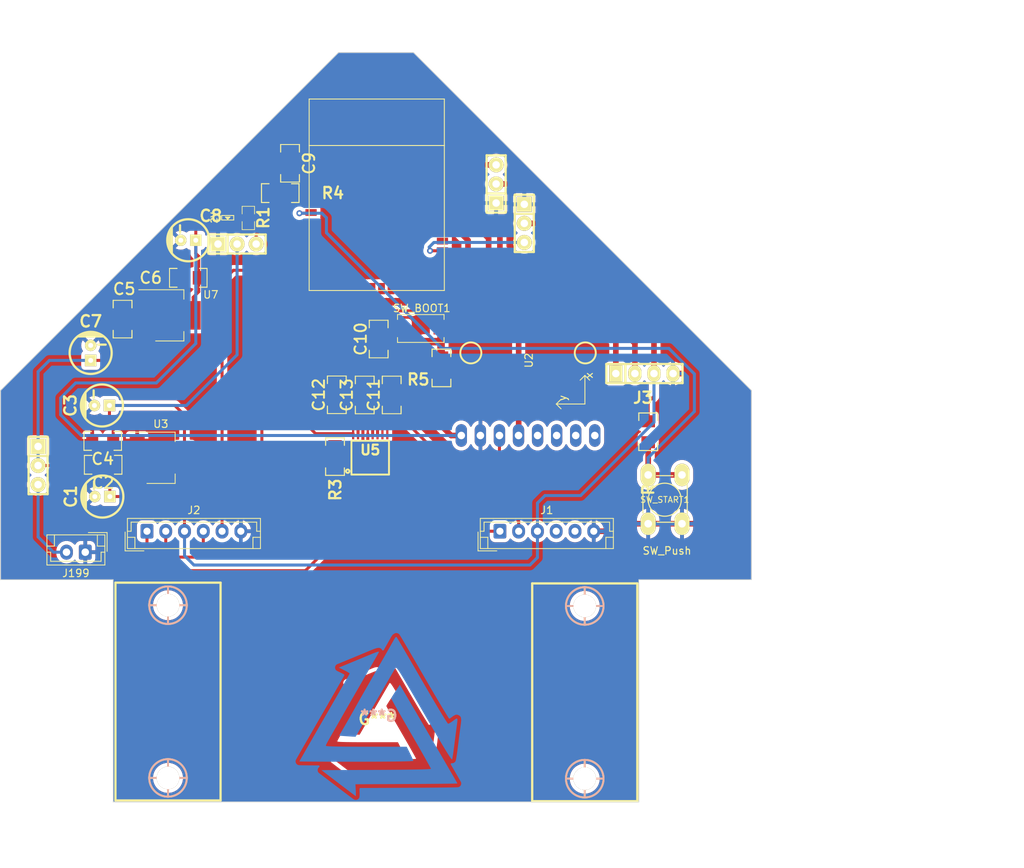
<source format=kicad_pcb>
(kicad_pcb (version 20221018) (generator pcbnew)
  (layers (0 "F.Cu" signal) (31 "B.Cu" signal) (34 "B.Paste" user) (35 "F.Paste" user) (36 "B.SilkS" user "B.Silkscreen") (37 "F.SilkS" user "F.Silkscreen") (38 "B.Mask" user) (39 "F.Mask" user) (44 "Edge.Cuts" user))
  (net 0 "")
  (net 1 "+BATT")
  (net 2 "GND")
  (net 3 "+5V")
  (net 4 "+3.3V")
  (net 5 "/EN")
  (net 6 "/BOOT")
  (net 7 "/OUT_A_MOTOR1")
  (net 8 "/OUT_B_MOTOR1")
  (net 9 "/OUT_M1_DA")
  (net 10 "/OUT_M1_DB")
  (net 11 "/OUT_A_MOTOR2")
  (net 12 "/OUT_B_MOTOR2")
  (net 13 "/OUT_M2_DA")
  (net 14 "/OUT_M2_DB")
  (net 15 "Net-(J199-Pin_2)")
  (net 16 "Net-(LED_ESP32-A)")
  (net 17 "/IR_IZQ")
  (net 18 "/IR_DER")
  (net 19 "/START")
  (net 20 "Net-(U5-nSLEEP)")
  (net 22 "/M2_IN1")
  (net 23 "/M2_IN2")
  (net 24 "/M1_IN2")
  (net 25 "/IR_FRONTAL")
  (net 26 "/TX")
  (net 27 "/RX")
  (net 28 "/M1_IN1")
  (net 45 "/SDA_MPU6050")
  (net 48 "/SCL_MPU6050")
  (net 51 "/INT_MPU6050")
  (net 52 "/NFAULT")
  (net 53 "Net-(U5-VCP)")
  (footprint "EESTN5:R_1206" (layer "F.Cu") (at 186.25 80.5 90)
    (fp_text reference "R2")
    (fp_text value "10K" hide)
  )
  (footprint "Connector_JST:JST_EH_B2B-EH-A_1x02_P2.50mm_Vertical" (layer "F.Cu") (at 111.28 96.54 180)
    (fp_text reference "J199")
    (fp_text value "7.4v")
  )
  (footprint "EESTN5:CAP_ELEC_5x11mm" (layer "F.Cu") (at 112 70)
    (fp_text reference "C7")
    (fp_text value "10uF" hide)
  )
  (footprint "Connector_JST:JST_EH_B6B-EH-A_1x06_P2.50mm_Vertical" (layer "F.Cu") (at 166.5 93.75)
    (fp_text reference "J1")
    (fp_text value "Encoder Derecho")
  )
  (footprint "EESTN5:C_1206" (layer "F.Cu") (at 150.355 68.153 90)
    (fp_text reference "C10")
    (fp_text value "100nF" hide)
  )
  (footprint "EESTN5:Led_0805" (layer "F.Cu") (at 130.25 52 -90)
    (fp_text reference "LED_ESP32" hide)
    (fp_text value "2V")
  )
  (footprint "EESTN5:logo_fle2" (layer "F.Cu") (at 150.14 118.76)
    (fp_text reference "G***")
    (fp_text value "LOGO" hide)
  )
  (footprint "EESTN5:R_1206" (layer "F.Cu") (at 158.715 72 -90)
    (fp_text reference "R5")
    (fp_text value "10K" hide)
  )
  (footprint "EESTN5:C_1206" (layer "F.Cu") (at 116.25 65.5 -90)
    (fp_text reference "C5")
    (fp_text value "100nF" hide)
  )
  (footprint "EESTN5:C_1206" (layer "F.Cu") (at 125 60)
    (fp_text reference "C6")
    (fp_text value "100nF" hide)
  )
  (footprint "EESTN5:Pin_Strip_3" (layer "F.Cu") (at 166 47.5 90)
    (fp_text reference "J8" hide)
    (fp_text value "Distancia_Frontal" hide)
  )
  (footprint "EESTN5:pin_strip_4" (layer "F.Cu") (at 185.75 72.75)
    (fp_text reference "J3")
    (fp_text value "Programador" hide)
  )
  (footprint "EESTN5:C_1206" (layer "F.Cu") (at 113.603 81.72 180)
    (fp_text reference "C4")
    (fp_text value "100nF" hide)
  )
  (footprint "EESTN5:Pin_Strip_3" (layer "F.Cu") (at 169.75 52.75 -90)
    (fp_text reference "J4" hide)
    (fp_text value "Distancia_Der" hide)
  )
  (footprint "EESTN5:Pololu_Micro_Con_Soporte_Simple" (layer "F.Cu") (at 177.8 115.2 90)
    (fp_text reference "H2" hide)
    (fp_text value "MOTOR_DER" hide)
  )
  (footprint "Package_TO_SOT_SMD:SOT-223-3_TabPin2" (layer "F.Cu") (at 122.5 65)
    (fp_text reference "U7")
    (fp_text value "AMS1117-3.3")
  )
  (footprint "EESTN5:Pin_Strip_3" (layer "F.Cu") (at 131.5 55.5)
    (fp_text reference "J5" hide)
    (fp_text value "Distancia_Izq" hide)
  )
  (footprint "EESTN5:C_1206" (layer "F.Cu") (at 148.5 75.603 90)
    (fp_text reference "C13")
    (fp_text value "10uF" hide)
  )
  (footprint "EESTN5:HTSSOP-16" (layer "F.Cu") (at 149.23 83.953)
    (fp_text reference "U5")
    (fp_text value "DRV8833" hide)
  )
  (footprint "EESTN5:SW_SPST_EVQPE1" (layer "F.Cu") (at 155.965 66.75)
    (fp_text reference "SW_BOOT1")
    (fp_text value "SW_Push" hide)
  )
  (footprint "EESTN5:C_1206" (layer "F.Cu") (at 144.78 75.58 90)
    (fp_text reference "C12")
    (fp_text value "2,2uF" hide)
  )
  (footprint "EESTN5:CAP_ELEC_5x11mm" (layer "F.Cu") (at 113.5 77 90)
    (fp_text reference "C3")
    (fp_text value "10uF" hide)
  )
  (footprint "EESTN5:C_1206" (layer "F.Cu") (at 152.09 75.6 90)
    (fp_text reference "C11")
    (fp_text value "10nF" hide)
  )
  (footprint "EESTN5:Pololu_Micro_Con_Soporte_Simple" (layer "F.Cu") (at 122.3 115.1 -90)
    (fp_text reference "H1" hide)
    (fp_text value "MOTOR_IZQ" hide)
  )
  (footprint "EESTN5:PUSH_SWITCH_THT" (layer "F.Cu") (at 190.75 92.75 180)
    (fp_text reference "SW_START1")
    (fp_text value "SW_Push")
  )
  (footprint "Footprints:MPU-6050" (layer "F.Cu") (at 161.36 81 90)
    (fp_text reference "U2")
    (fp_text value "MPU")
  )
  (footprint "EESTN5:R_1206" (layer "F.Cu") (at 137.25 48.72 180)
    (fp_text reference "R4")
    (fp_text value "10k" hide)
  )
  (footprint "EESTN5:Pin_Strip_3" (layer "F.Cu") (at 105 85 -90)
    (fp_text reference "J299" hide)
    (fp_text value "Jumper" hide)
  )
  (footprint "EESTN5:R_1206" (layer "F.Cu") (at 144.54 83.81 90)
    (fp_text reference "R3")
    (fp_text value "47K" hide)
  )
  (footprint "Package_TO_SOT_SMD:SOT-223-3_TabPin2" (layer "F.Cu") (at 121.343 83.97)
    (fp_text reference "U3")
    (fp_text value "AMS1117-5.0")
  )
  (footprint "EESTN5:R_0805" (layer "F.Cu") (at 133 52 -90)
    (fp_text reference "R1")
    (fp_text value "470" hide)
  )
  (footprint "ESP32-WROOM-32E:ESP32-WROOM-32E" (layer "F.Cu") (at 150.1 51.935)
    (fp_text reference "U1" hide)
    (fp_text value "ESP32-WROOM-32E" hide)
  )
  (footprint "EESTN5:CAP_ELEC_5x11mm" (layer "F.Cu") (at 113.553 89.13 90)
    (fp_text reference "C1")
    (fp_text value "10uF" hide)
  )
  (footprint "EESTN5:C_1206" (layer "F.Cu") (at 138.55 44.75 -90)
    (fp_text reference "C9")
    (fp_text value "100nF" hide)
  )
  (footprint "EESTN5:C_1206" (layer "F.Cu") (at 113.663 84.9 180)
    (fp_text reference "C2")
    (fp_text value "100nF" hide)
  )
  (footprint "Connector_JST:JST_EH_B6B-EH-A_1x06_P2.50mm_Vertical" (layer "F.Cu") (at 119.5 93.75)
    (fp_text reference "J2")
    (fp_text value "Encoder Izquierdo")
  )
  (footprint "EESTN5:logo_fle" (layer "F.Cu") (at 150.378584 118.333252)
    (fp_text reference "G***")
    (fp_text value "LOGO" hide)
  )
  (footprint "EESTN5:CAP_ELEC_5x11mm" (layer "F.Cu") (at 125 55 90)
    (fp_text reference "C8")
    (fp_text value "10uF" hide)
  )
  (gr_line (start 100 100.2) (end 100 95.2) (stroke (width 0.1)) (layer "Edge.Cuts"))
  (gr_line (start 115 129.8) (end 115 100.2) (stroke (width 0.1)) (layer "Edge.Cuts"))
  (gr_line (start 115 100.2) (end 100 100.2) (stroke (width 0.1)) (layer "Edge.Cuts"))
  (gr_line (start 100 75) (end 100 95.2) (stroke (width 0.1)) (layer "Edge.Cuts"))
  (gr_line (start 185 100.2) (end 200 100.2) (stroke (width 0.1)) (layer "Edge.Cuts"))
  (gr_line (start 185 100.2) (end 185 129.8) (stroke (width 0.1)) (layer "Edge.Cuts"))
  (gr_line (start 200 75) (end 155 30) (stroke (width 0.1)) (layer "Edge.Cuts"))
  (gr_line (start 100 75) (end 145 30) (stroke (width 0.1)) (layer "Edge.Cuts"))
  (gr_line (start 145 30) (end 155 30) (stroke (width 0.1)) (layer "Edge.Cuts"))
  (gr_line (start 115 129.8) (end 185 129.8) (stroke (width 0.1)) (layer "Edge.Cuts"))
  (gr_line (start 200 75) (end 200 100.2) (stroke (width 0.1)) (layer "Edge.Cuts"))
  (segment (start 148.5 78) (end 148.5 77) (width 0.4) (layer "F.Cu") (net 1))
  (segment (start 105 85) (end 112.166 85) (width 0.4) (layer "F.Cu") (net 1))
  (segment (start 114.8 71) (end 112 71) (width 0.4) (layer "F.Cu") (net 1))
  (segment (start 149.555 80.753) (end 149.555 79.055) (width 0.4) (layer "F.Cu") (net 1))
  (segment (start 117.397 66.897) (end 116.25 66.897) (width 0.4) (layer "F.Cu") (net 1))
  (segment (start 112.166 85) (end 112.266 84.9) (width 0.4) (layer "F.Cu") (net 1))
  (segment (start 113.8 87) (end 112.4 87) (width 0.4) (layer "F.Cu") (net 1))
  (segment (start 118.193 88.207) (end 117.27 89.13) (width 0.4) (layer "F.Cu") (net 1))
  (segment (start 112.266 86.866) (end 112.266 84.9) (width 0.4) (layer "F.Cu") (net 1))
  (segment (start 150.5 74.75) (end 151.047 74.203) (width 0.4) (layer "F.Cu") (net 1))
  (segment (start 149.555 79.055) (end 148.5 78) (width 0.4) (layer "F.Cu") (net 1))
  (segment (start 114.553 87.753) (end 113.8 87) (width 0.4) (layer "F.Cu") (net 1))
  (segment (start 118.193 86.27) (end 118.193 88.207) (width 0.4) (layer "F.Cu") (net 1))
  (segment (start 148.503 76.997) (end 148.5 77) (width 0.4) (layer "F.Cu") (net 1))
  (segment (start 150 77) (end 150.5 76.5) (width 0.4) (layer "F.Cu") (net 1))
  (segment (start 151.047 74.203) (end 152.09 74.203) (width 0.4) (layer "F.Cu") (net 1))
  (segment (start 112.4 87) (end 112.266 86.866) (width 0.4) (layer "F.Cu") (net 1))
  (segment (start 116.25 69.55) (end 114.8 71) (width 0.4) (layer "F.Cu") (net 1))
  (segment (start 148.5 77) (end 150 77) (width 0.4) (layer "F.Cu") (net 1))
  (segment (start 150.5 76.5) (end 150.5 74.75) (width 0.4) (layer "F.Cu") (net 1))
  (segment (start 116.25 66.897) (end 116.25 69.55) (width 0.4) (layer "F.Cu") (net 1))
  (segment (start 119.35 67.3) (end 117.8 67.3) (width 0.4) (layer "F.Cu") (net 1))
  (segment (start 117.8 67.3) (end 117.397 66.897) (width 0.4) (layer "F.Cu") (net 1))
  (segment (start 117.27 89.13) (end 114.553 89.13) (width 0.4) (layer "F.Cu") (net 1))
  (segment (start 114.553 89.13) (end 114.553 87.753) (width 0.4) (layer "F.Cu") (net 1))
  (segment (start 105 82.46) (end 105 85) (width 0.4) (layer "B.Cu") (net 1))
  (segment (start 112 71) (end 106.5 71) (width 0.4) (layer "B.Cu") (net 1))
  (segment (start 105 72.5) (end 105 82.46) (width 0.4) (layer "B.Cu") (net 1))
  (segment (start 106.5 71) (end 105 72.5) (width 0.4) (layer "B.Cu") (net 1))
  (segment (start 192.75 72.75) (end 189.56 72.75) (width 0.75) (layer "F.Cu") (net 2))
  (segment (start 148.635 57.4) (end 148.635 56) (width 0.25) (layer "F.Cu") (net 2))
  (segment (start 193.75 73.75) (end 192.75 72.75) (width 0.75) (layer "F.Cu") (net 2))
  (segment (start 148.635 54.6) (end 148.635 56) (width 0.25) (layer "F.Cu") (net 2))
  (segment (start 186.25 92.75) (end 190.75 92.75) (width 0.75) (layer "F.Cu") (net 2))
  (segment (start 183.5 92.75) (end 182.5 93.75) (width 0.75) (layer "F.Cu") (net 2))
  (segment (start 150.035 54.6) (end 147.235 54.6) (width 0.25) (layer "F.Cu") (net 2))
  (segment (start 150.035 57.4) (end 150.035 54.6) (width 0.25) (layer "F.Cu") (net 2))
  (segment (start 193.75 91.75) (end 193.75 73.75) (width 0.75) (layer "F.Cu") (net 2))
  (segment (start 148.905 80.753) (end 148.905 82.095) (width 0.4) (layer "F.Cu") (net 2))
  (segment (start 147.235 57.4) (end 150.035 57.4) (width 0.25) (layer "F.Cu") (net 2))
  (segment (start 149.095 82.095) (end 149.4 82.4) (width 0.4) (layer "F.Cu") (net 2))
  (segment (start 192.75 92.75) (end 193.75 91.75) (width 0.75) (layer "F.Cu") (net 2))
  (segment (start 148.905 82.095) (end 149.095 82.095) (width 0.4) (layer "F.Cu") (net 2))
  (segment (start 147.235 56) (end 147.235 57.4) (width 0.25) (layer "F.Cu") (net 2))
  (segment (start 147.235 54.6) (end 147.235 56) (width 0.25) (layer "F.Cu") (net 2))
  (segment (start 186.25 92.75) (end 183.5 92.75) (width 0.75) (layer "F.Cu") (net 2))
  (segment (start 182.5 93.75) (end 179 93.75) (width 0.75) (layer "F.Cu") (net 2))
  (segment (start 190.75 92.75) (end 192.75 92.75) (width 0.75) (layer "F.Cu") (net 2))
  (segment (start 115 81.72) (end 115 79.8) (width 0.4) (layer "F.Cu") (net 3))
  (segment (start 171 47.5) (end 166 47.5) (width 0.75) (layer "F.Cu") (net 3))
  (segment (start 187.02 72.75) (end 187.02 75.78) (width 0.4) (layer "F.Cu") (net 3))
  (segment (start 115 79.8) (end 114.5 79.3) (width 0.4) (layer "F.Cu") (net 3))
  (segment (start 114.5 79.3) (end 114.5 77) (width 0.4) (layer "F.Cu") (net 3))
  (segment (start 124.493 83.97) (end 124.493 93.743) (width 0.4) (layer "F.Cu") (net 3))
  (segment (start 186.25 76.55) (end 186.25 79.103) (width 0.4) (layer "F.Cu") (net 3))
  (segment (start 187.02 75.78) (end 186.25 76.55) (width 0.4) (layer "F.Cu") (net 3))
  (segment (start 124.493 78.293) (end 123.2 77) (width 0.4) (layer "F.Cu") (net 3))
  (segment (start 118.193 83.97) (end 124.493 83.97) (width 0.4) (layer "F.Cu") (net 3))
  (segment (start 173 52.75) (end 169.75 52.75) (width 0.75) (layer "F.Cu") (net 3))
  (segment (start 173 52.75) (end 173 49.5) (width 0.75) (layer "F.Cu") (net 3))
  (segment (start 123.2 77) (end 114.5 77) (width 0.4) (layer "F.Cu") (net 3))
  (segment (start 187.02 72.75) (end 187.02 66.77) (width 0.75) (layer "F.Cu") (net 3))
  (segment (start 187.02 66.77) (end 173 52.75) (width 0.75) (layer "F.Cu") (net 3))
  (segment (start 173 49.5) (end 171 47.5) (width 0.75) (layer "F.Cu") (net 3))
  (segment (start 124.493 83.97) (end 124.493 78.293) (width 0.4) (layer "F.Cu") (net 3))
  (segment (start 124.493 93.743) (end 124.5 93.75) (width 0.4) (layer "F.Cu") (net 3))
  (segment (start 172.5 89) (end 171.5 90) (width 0.4) (layer "B.Cu") (net 3))
  (segment (start 124.5 93.75) (end 124.5 97) (width 0.4) (layer "B.Cu") (net 3))
  (segment (start 124.75 77) (end 114.5 77) (width 0.4) (layer "B.Cu") (net 3))
  (segment (start 187.02 72.75) (end 187.02 79.23) (width 0.4) (layer "B.Cu") (net 3))
  (segment (start 125.75 98.25) (end 170.5 98.25) (width 0.4) (layer "B.Cu") (net 3))
  (segment (start 131.5 55.5) (end 131.5 70.25) (width 0.4) (layer "B.Cu") (net 3))
  (segment (start 187.02 79.23) (end 177.25 89) (width 0.4) (layer "B.Cu") (net 3))
  (segment (start 124.5 97) (end 125.75 98.25) (width 0.4) (layer "B.Cu") (net 3))
  (segment (start 131.5 70.25) (end 124.75 77) (width 0.4) (layer "B.Cu") (net 3))
  (segment (start 171.5 90) (end 171.5 93.75) (width 0.4) (layer "B.Cu") (net 3))
  (segment (start 177.25 89) (end 172.5 89) (width 0.4) (layer "B.Cu") (net 3))
  (segment (start 171.5 97.25) (end 171.5 93.75) (width 0.4) (layer "B.Cu") (net 3))
  (segment (start 170.5 98.25) (end 171.5 97.25) (width 0.4) (layer "B.Cu") (net 3))
  (segment (start 125.65 62.6) (end 126.397 61.853) (width 0.4) (layer "F.Cu") (net 4))
  (segment (start 144.54 82.413) (end 144.727 82.6) (width 0.4) (layer "F.Cu") (net 4))
  (segment (start 148.255 79.255) (end 145.977 76.977) (width 0.4) (layer "F.Cu") (net 4))
  (segment (start 126 55) (end 126 52) (width 0.4) (layer "F.Cu") (net 4))
  (segment (start 135.583 48.45) (end 135.853 48.72) (width 0.5) (layer "F.Cu") (net 4))
  (segment (start 147.8 82.6) (end 148.255 82.145) (width 0.4) (layer "F.Cu") (net 4))
  (segment (start 126.397 60) (end 126.397 57.147) (width 0.4) (layer "F.Cu") (net 4))
  (segment (start 126 52) (end 129.28 48.72) (width 0.4) (layer "F.Cu") (net 4))
  (segment (start 141.35 44.95) (end 141.15 44.75) (width 0.4) (layer "F.Cu") (net 4))
  (segment (start 145.977 76.977) (end 144.78 76.977) (width 0.4) (layer "F.Cu") (net 4))
  (segment (start 135.853 45.647) (end 135.853 48.72) (width 0.4) (layer "F.Cu") (net 4))
  (segment (start 148.255 82.145) (end 148.255 79.255) (width 0.4) (layer "F.Cu") (net 4))
  (segment (start 161.36 81) (end 160 81) (width 0.75) (layer "F.Cu") (net 4))
  (segment (start 129.28 48.72) (end 135.853 48.72) (width 0.4) (layer "F.Cu") (net 4))
  (segment (start 160 81) (end 158.715 79.715) (width 0.75) (layer "F.Cu") (net 4))
  (segment (start 126 56.75) (end 126 55) (width 0.4) (layer "F.Cu") (net 4))
  (segment (start 125.65 65) (end 125.65 62.6) (width 0.4) (layer "F.Cu") (net 4))
  (segment (start 158.715 79.715) (end 158.715 73.397) (width 0.75) (layer "F.Cu") (net 4))
  (segment (start 125.65 65) (end 119.35 65) (width 0.4) (layer "F.Cu") (net 4))
  (segment (start 141.15 44.75) (end 136.75 44.75) (width 0.4) (layer "F.Cu") (net 4))
  (segment (start 126.397 61.853) (end 126.397 60) (width 0.4) (layer "F.Cu") (net 4))
  (segment (start 136.75 44.75) (end 135.853 45.647) (width 0.4) (layer "F.Cu") (net 4))
  (segment (start 144.727 82.6) (end 147.8 82.6) (width 0.4) (layer "F.Cu") (net 4))
  (segment (start 126.397 57.147) (end 126 56.75) (width 0.4) (layer "F.Cu") (net 4))
  (segment (start 161.36 81) (end 110.75 81) (width 0.4) (layer "B.Cu") (net 4))
  (segment (start 120.75 74) (end 126 68.75) (width 0.4) (layer "B.Cu") (net 4))
  (segment (start 110 74) (end 120.75 74) (width 0.4) (layer "B.Cu") (net 4))
  (segment (start 110.75 81) (end 108 78.25) (width 0.4) (layer "B.Cu") (net 4))
  (segment (start 126 68.75) (end 126 55) (width 0.4) (layer "B.Cu") (net 4))
  (segment (start 108 78.25) (end 108 76) (width 0.4) (layer "B.Cu") (net 4))
  (segment (start 108 76) (end 110 74) (width 0.4) (layer "B.Cu") (net 4))
  (segment (start 134.5475 52.9525) (end 136.5 51) (width 0.4) (layer "F.Cu") (net 5))
  (segment (start 138.647 46.244) (end 138.55 46.147) (width 0.5) (layer "F.Cu") (net 5))
  (segment (start 138.55 46.147) (end 138.55 48.623) (width 0.4) (layer "F.Cu") (net 5))
  (segment (start 133 52.9525) (end 134.5475 52.9525) (width 0.4) (layer "F.Cu") (net 5))
  (segment (start 141.277 46.147) (end 141.35 46.22) (width 0.4) (layer "F.Cu") (net 5))
  (segment (start 136.5 51) (end 138.5 51) (width 0.4) (layer "F.Cu") (net 5))
  (segment (start 138.55 48.623) (end 138.647 48.72) (width 0.4) (layer "F.Cu") (net 5))
  (segment (start 138.5 51) (end 138.647 50.853) (width 0.4) (layer "F.Cu") (net 5))
  (segment (start 138.647 50.853) (end 138.647 48.72) (width 0.4) (layer "F.Cu") (net 5))
  (segment (start 138.55 46.147) (end 141.277 46.147) (width 0.4) (layer "F.Cu") (net 5))
  (segment (start 158.75 60.29) (end 158.85 60.19) (width 0.75) (layer "F.Cu") (net 6))
  (segment (start 158.625 68.5) (end 158.665 68.46) (width 1) (layer "F.Cu") (net 6))
  (segment (start 155.385 69.55) (end 156.435 68.5) (width 1) (layer "F.Cu") (net 6))
  (segment (start 158.665 68.46) (end 158.665 69.913) (width 1) (layer "F.Cu") (net 6))
  (segment (start 150.355 69.55) (end 155.385 69.55) (width 1) (layer "F.Cu") (net 6))
  (segment (start 158.75 66.665) (end 158.75 60.29) (width 0.75) (layer "F.Cu") (net 6))
  (segment (start 156.435 68.5) (end 158.625 68.5) (width 1) (layer "F.Cu") (net 6))
  (segment (start 158.665 69.913) (end 158.715 69.963) (width 1) (layer "F.Cu") (net 6))
  (segment (start 158.665 66.75) (end 158.665 68.46) (width 1) (layer "F.Cu") (net 6))
  (segment (start 158.665 66.75) (end 158.75 66.665) (width 0.75) (layer "F.Cu") (net 6))
  (segment (start 152.95 93.75) (end 166.5 93.75) (width 0.4) (layer "F.Cu") (net 7))
  (segment (start 149.555 90.355) (end 152.95 93.75) (width 0.4) (layer "F.Cu") (net 7))
  (segment (start 149.555 87.153) (end 149.555 90.355) (width 0.4) (layer "F.Cu") (net 7))
  (segment (start 152.8 91.8) (end 150.855 89.855) (width 0.4) (layer "F.Cu") (net 8))
  (segment (start 150.855 89.855) (end 150.855 87.153) (width 0.4) (layer "F.Cu") (net 8))
  (segment (start 169 92.4) (end 168.4 91.8) (width 0.4) (layer "F.Cu") (net 8))
  (segment (start 168.4 91.8) (end 152.8 91.8) (width 0.4) (layer "F.Cu") (net 8))
  (segment (start 169 93.75) (end 169 92.4) (width 0.4) (layer "F.Cu") (net 8))
  (segment (start 148.905 87.153) (end 148.905 90.695) (width 0.4) (layer "F.Cu") (net 11))
  (segment (start 140.6 99) (end 121 99) (width 0.4) (layer "F.Cu") (net 11))
  (segment (start 119.5 97.5) (end 119.5 93.75) (width 0.4) (layer "F.Cu") (net 11))
  (segment (start 121 99) (end 119.5 97.5) (width 0.4) (layer "F.Cu") (net 11))
  (segment (start 148.905 90.695) (end 140.6 99) (width 0.4) (layer "F.Cu") (net 11))
  (segment (start 147.605 88.995) (end 139.4 97.2) (width 0.4) (layer "F.Cu") (net 12))
  (segment (start 122 96.2) (end 122 93.75) (width 0.4) (layer "F.Cu") (net 12))
  (segment (start 147.605 87.153) (end 147.605 88.995) (width 0.4) (layer "F.Cu") (net 12))
  (segment (start 123 97.2) (end 122 96.2) (width 0.4) (layer "F.Cu") (net 12))
  (segment (start 139.4 97.2) (end 123 97.2) (width 0.4) (layer "F.Cu") (net 12))
  (segment (start 136.6 56.8) (end 138.29 55.11) (width 0.4) (layer "F.Cu") (net 13))
  (segment (start 138.29 55.11) (end 141.35 55.11) (width 0.4) (layer "F.Cu") (net 13))
  (segment (start 136.6 57.8) (end 136.6 56.8) (width 0.4) (layer "F.Cu") (net 13))
  (segment (start 132.4 96) (end 134.8 93.6) (width 0.4) (layer "F.Cu") (net 13))
  (segment (start 134.8 59.6) (end 136.6 57.8) (width 0.4) (layer "F.Cu") (net 13))
  (segment (start 127.6 96) (end 132.4 96) (width 0.4) (layer "F.Cu") (net 13))
  (segment (start 127 93.75) (end 127 95.4) (width 0.4) (layer "F.Cu") (net 13))
  (segment (start 127 95.4) (end 127.6 96) (width 0.4) (layer "F.Cu") (net 13))
  (segment (start 134.8 93.6) (end 134.8 59.6) (width 0.4) (layer "F.Cu") (net 13))
  (segment (start 129.5 93.75) (end 129.5 60.5) (width 0.4) (layer "F.Cu") (net 14))
  (segment (start 135.44 57.56) (end 135.44 55.16) (width 0.4) (layer "F.Cu") (net 14))
  (segment (start 134 59) (end 135.44 57.56) (width 0.4) (layer "F.Cu") (net 14))
  (segment (start 135.44 55.16) (end 136.76 53.84) (width 0.4) (layer "F.Cu") (net 14))
  (segment (start 131 59) (end 134 59) (width 0.4) (layer "F.Cu") (net 14))
  (segment (start 129.5 60.5) (end 131 59) (width 0.4) (layer "F.Cu") (net 14))
  (segment (start 136.76 53.84) (end 141.35 53.84) (width 0.4) (layer "F.Cu") (net 14))
  (segment (start 107.04 96.54) (end 105 94.5) (width 0.4) (layer "B.Cu") (net 15))
  (segment (start 108.78 96.54) (end 107.04 96.54) (width 0.4) (layer "B.Cu") (net 15))
  (segment (start 105 94.5) (end 105 87.54) (width 0.4) (layer "B.Cu") (net 15))
  (segment (start 130.34652 51.0475) (end 130.25 50.95098) (width 0.4) (layer "F.Cu") (net 16))
  (segment (start 133 51.0475) (end 130.34652 51.0475) (width 0.4) (layer "F.Cu") (net 16))
  (segment (start 157.2 56.4) (end 158.83 56.4) (width 0.4) (layer "F.Cu") (net 17))
  (segment (start 158.83 56.4) (end 158.85 56.38) (width 0.4) (layer "F.Cu") (net 17))
  (via (at 157.2 56.4) (size 0.8) (drill 0.4) (layers "F.Cu" "B.Cu") (net 17))
  (segment (start 169.75 55.29) (end 157.71 55.29) (width 0.4) (layer "B.Cu") (net 17))
  (segment (start 157.2 56.4) (end 157.09 56.31) (width 0.4) (layer "B.Cu") (net 17))
  (segment (start 157.09 55.91) (end 157.2 56.4) (width 0.4) (layer "B.Cu") (net 17))
  (segment (start 157.71 55.29) (end 157.09 55.91) (width 0.4) (layer "B.Cu") (net 17))
  (segment (start 136.93 52.57) (end 141.35 52.57) (width 0.4) (layer "F.Cu") (net 18))
  (segment (start 134.04 55.5) (end 134.04 54.21) (width 0.4) (layer "F.Cu") (net 18))
  (segment (start 134.04 54.21) (end 134.5 53.75) (width 0.4) (layer "F.Cu") (net 18))
  (segment (start 134.5 53.75) (end 135.75 53.75) (width 0.4) (layer "F.Cu") (net 18))
  (segment (start 135.75 53.75) (end 136.93 52.57) (width 0.4) (layer "F.Cu") (net 18))
  (segment (start 141.25 51.4) (end 141.35 51.3) (width 0.4) (layer "F.Cu") (net 19))
  (segment (start 186.25 86.25) (end 186.25 81.897) (width 0.75) (layer "F.Cu") (net 19))
  (segment (start 186.25 86.25) (end 190.75 86.25) (width 0.75) (layer "F.Cu") (net 19))
  (segment (start 139.8 51.4) (end 141.25 51.4) (width 0.4) (layer "F.Cu") (net 19))
  (via (at 139.8 51.4) (size 0.8) (drill 0.4) (layers "F.Cu" "B.Cu") (net 19))
  (segment (start 143.4 52) (end 142.8 51.4) (width 0.4) (layer "B.Cu") (net 19))
  (segment (start 158.8 69.4) (end 143.4 54) (width 0.4) (layer "B.Cu") (net 19))
  (segment (start 189 69.4) (end 158.8 69.4) (width 0.4) (layer "B.Cu") (net 19))
  (segment (start 142.8 51.4) (end 139.8 51.4) (width 0.4) (layer "B.Cu") (net 19))
  (segment (start 186.25 83.95) (end 192.4 77.8) (width 0.4) (layer "B.Cu") (net 19))
  (segment (start 192.4 77.8) (end 192.4 72.8) (width 0.4) (layer "B.Cu") (net 19))
  (segment (start 186.25 86.25) (end 186.25 83.95) (width 0.4) (layer "B.Cu") (net 19))
  (segment (start 143.4 54) (end 143.4 52) (width 0.4) (layer "B.Cu") (net 19))
  (segment (start 192.4 72.8) (end 189 69.4) (width 0.4) (layer "B.Cu") (net 19))
  (segment (start 145.153 87.153) (end 144.54 86.54) (width 0.4) (layer "F.Cu") (net 20))
  (segment (start 146.955 87.153) (end 145.153 87.153) (width 0.4) (layer "F.Cu") (net 20))
  (segment (start 144.54 86.54) (end 144.54 85.207) (width 0.4) (layer "F.Cu") (net 20))
  (segment (start 136.2 59.8) (end 136.2 75) (width 0.4) (layer "F.Cu") (net 22))
  (segment (start 141.35 56.38) (end 139.62 56.38) (width 0.4) (layer "F.Cu") (net 22))
  (segment (start 141.953 80.753) (end 146.955 80.753) (width 0.4) (layer "F.Cu") (net 22))
  (segment (start 136.2 75) (end 141.953 80.753) (width 0.4) (layer "F.Cu") (net 22))
  (segment (start 139.62 56.38) (end 136.2 59.8) (width 0.4) (layer "F.Cu") (net 22))
  (segment (start 137.8 74.648528) (end 137.8 59.8) (width 0.4) (layer "F.Cu") (net 23))
  (segment (start 147.202 79.2) (end 142.351472 79.2) (width 0.4) (layer "F.Cu") (net 23))
  (segment (start 137.8 59.8) (end 139.95 57.65) (width 0.4) (layer "F.Cu") (net 23))
  (segment (start 147.605 79.603) (end 147.202 79.2) (width 0.4) (layer "F.Cu") (net 23))
  (segment (start 139.95 57.65) (end 141.35 57.65) (width 0.4) (layer "F.Cu") (net 23))
  (segment (start 147.605 80.753) (end 147.605 79.603) (width 0.4) (layer "F.Cu") (net 23))
  (segment (start 142.351472 79.2) (end 137.8 74.648528) (width 0.4) (layer "F.Cu") (net 23))
  (segment (start 158.86 44.96) (end 158.85 44.95) (width 0.75) (layer "F.Cu") (net 25))
  (segment (start 166 44.96) (end 158.86 44.96) (width 0.75) (layer "F.Cu") (net 25))
  (segment (start 173.25 57.5) (end 167.75 57.5) (width 0.75) (layer "F.Cu") (net 26))
  (segment (start 163.75 48.25) (end 162.99 47.49) (width 0.75) (layer "F.Cu") (net 26))
  (segment (start 184.48 72.75) (end 184.48 68.73) (width 0.75) (layer "F.Cu") (net 26))
  (segment (start 166.5 56.25) (end 166.5 54) (width 0.75) (layer "F.Cu") (net 26))
  (segment (start 163.75 51.25) (end 163.75 48.25) (width 0.75) (layer "F.Cu") (net 26))
  (segment (start 166.5 54) (end 163.75 51.25) (width 0.75) (layer "F.Cu") (net 26))
  (segment (start 184.48 68.73) (end 173.25 57.5) (width 0.75) (layer "F.Cu") (net 26))
  (segment (start 167.75 57.5) (end 166.5 56.25) (width 0.75) (layer "F.Cu") (net 26))
  (segment (start 162.99 47.49) (end 158.85 47.49) (width 0.75) (layer "F.Cu") (net 26))
  (segment (start 172.5 59) (end 181.94 68.44) (width 0.75) (layer "F.Cu") (net 27))
  (segment (start 165 54.75) (end 165 57) (width 0.75) (layer "F.Cu") (net 27))
  (segment (start 167 59) (end 172.5 59) (width 0.75) (layer "F.Cu") (net 27))
  (segment (start 162.5 49.75) (end 162.5 52.25) (width 0.75) (layer "F.Cu") (net 27))
  (segment (start 158.85 48.76) (end 161.51 48.76) (width 0.75) (layer "F.Cu") (net 27))
  (segment (start 161.51 48.76) (end 162.5 49.75) (width 0.75) (layer "F.Cu") (net 27))
  (segment (start 162.5 52.25) (end 165 54.75) (width 0.75) (layer "F.Cu") (net 27))
  (segment (start 181.94 68.44) (end 181.94 72.75) (width 0.75) (layer "F.Cu") (net 27))
  (segment (start 165 57) (end 167 59) (width 0.75) (layer "F.Cu") (net 27))
  (segment (start 166.5 61) (end 162.25 56.75) (width 0.75) (layer "F.Cu") (net 45))
  (segment (start 167.75 61) (end 166.5 61) (width 0.75) (layer "F.Cu") (net 45))
  (segment (start 169 80.98) (end 169 62.25) (width 0.75) (layer "F.Cu") (net 45))
  (segment (start 161.25 54) (end 161.25 50.93) (width 0.75) (layer "F.Cu") (net 45))
  (segment (start 162.25 56.75) (end 162.25 55) (width 0.75) (layer "F.Cu") (net 45))
  (segment (start 160.35 50.03) (end 158.85 50.03) (width 0.75) (layer "F.Cu") (net 45))
  (segment (start 169 62.25) (end 167.75 61) (width 0.75) (layer "F.Cu") (net 45))
  (segment (start 168.98 81) (end 169 80.98) (width 0.75) (layer "F.Cu") (net 45))
  (segment (start 161.25 50.93) (end 160.35 50.03) (width 0.75) (layer "F.Cu") (net 45))
  (segment (start 162.25 55) (end 161.25 54) (width 0.75) (layer "F.Cu") (net 45))
  (segment (start 150.3032 72) (end 154.4 72) (width 0.4) (layer "F.Cu") (net 48))
  (segment (start 166.44 83.36) (end 166.44 81) (width 0.4) (layer "F.Cu") (net 48))
  (segment (start 159.2 84.4) (end 165.4 84.4) (width 0.4) (layer "F.Cu") (net 48))
  (segment (start 150.2092 64.4) (end 146.8 67.8092) (width 0.4) (layer "F.Cu") (net 48))
  (segment (start 154.855 64.4) (end 150.2092 64.4) (width 0.4) (layer "F.Cu") (net 48))
  (segment (start 155.6 47.6) (end 155.6 58.6) (width 0.4) (layer "F.Cu") (net 48))
  (segment (start 154.4 72) (end 154.6 72.2) (width 0.4) (layer "F.Cu") (net 48))
  (segment (start 146.8 68.4968) (end 150.3032 72) (width 0.4) (layer "F.Cu") (net 48))
  (segment (start 155.6 58.6) (end 157.2 60.2) (width 0.4) (layer "F.Cu") (net 48))
  (segment (start 157.2 62.055) (end 154.855 64.4) (width 0.4) (layer "F.Cu") (net 48))
  (segment (start 146.8 67.8092) (end 146.8 68.4968) (width 0.4) (layer "F.Cu") (net 48))
  (segment (start 154.6 72.2) (end 154.6 79.8) (width 0.4) (layer "F.Cu") (net 48))
  (segment (start 156.98 46.22) (end 155.6 47.6) (width 0.4) (layer "F.Cu") (net 48))
  (segment (start 165.4 84.4) (end 166.44 83.36) (width 0.4) (layer "F.Cu") (net 48))
  (segment (start 154.6 79.8) (end 159.2 84.4) (width 0.4) (layer "F.Cu") (net 48))
  (segment (start 157.2 60.2) (end 157.2 62.055) (width 0.4) (layer "F.Cu") (net 48))
  (segment (start 158.85 46.22) (end 156.98 46.22) (width 0.4) (layer "F.Cu") (net 48))
  (segment (start 151.6 79) (end 152.09 78.51) (width 0.4) (layer "F.Cu") (net 53))
  (segment (start 150.205 79.595) (end 150.8 79) (width 0.4) (layer "F.Cu") (net 53))
  (segment (start 152.09 78.51) (end 152.09 76.997) (width 0.4) (layer "F.Cu") (net 53))
  (segment (start 150.8 79) (end 151.6 79) (width 0.4) (layer "F.Cu") (net 53))
  (segment (start 150.205 80.753) (end 150.205 79.595) (width 0.4) (layer "F.Cu") (net 53))
  (zone (net 2) (net_name "GND") (layer "F.Cu") (connect_pads (clearance 0.5)) (min_thickness 0.25) (fill yes (thermal_gap 0.5) (thermal_bridge_width 0.5))
    (polygon (pts (xy 100 30) (xy 200 30) (xy 200 130) (xy 100 130)))
  )
  (zone (net 2) (net_name "GND") (layer "B.Cu") (priority 1) (connect_pads (clearance 0.5)) (min_thickness 0.25) (fill yes (thermal_gap 0.5) (thermal_bridge_width 0.5))
    (polygon (pts (xy 100 30) (xy 200 30) (xy 200 130) (xy 100 130)))
  )
)
</source>
